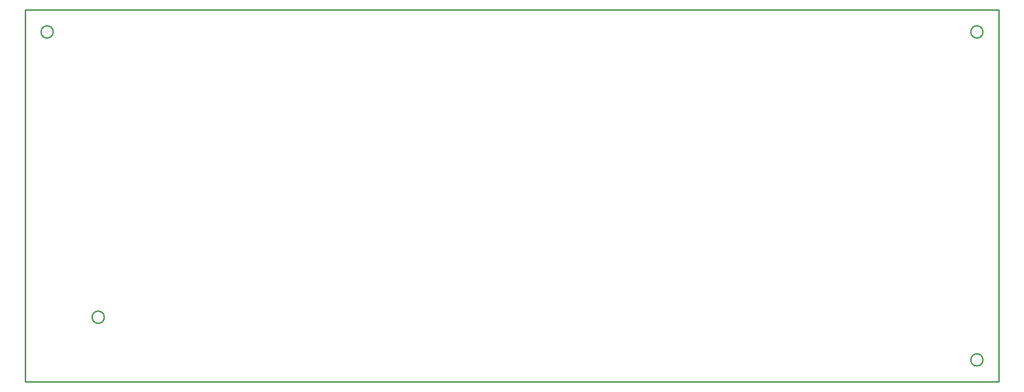
<source format=gm1>
G04 #@! TF.GenerationSoftware,KiCad,Pcbnew,8.0.5*
G04 #@! TF.CreationDate,2024-10-15T23:56:24-05:00*
G04 #@! TF.ProjectId,bidirectional_load_switch,62696469-7265-4637-9469-6f6e616c5f6c,rev?*
G04 #@! TF.SameCoordinates,Original*
G04 #@! TF.FileFunction,Profile,NP*
%FSLAX46Y46*%
G04 Gerber Fmt 4.6, Leading zero omitted, Abs format (unit mm)*
G04 Created by KiCad (PCBNEW 8.0.5) date 2024-10-15 23:56:24*
%MOMM*%
%LPD*%
G01*
G04 APERTURE LIST*
G04 #@! TA.AperFunction,Profile*
%ADD10C,0.254000*%
G04 #@! TD*
G04 APERTURE END LIST*
D10*
X76446056Y-116900010D02*
G75*
G02*
X74246056Y-116900010I-1100000J0D01*
G01*
X74246056Y-116900010D02*
G75*
G02*
X76446056Y-116900010I1100000J0D01*
G01*
X67198028Y-65150005D02*
G75*
G02*
X64998028Y-65150005I-1100000J0D01*
G01*
X64998028Y-65150005D02*
G75*
G02*
X67198028Y-65150005I1100000J0D01*
G01*
X62098028Y-61150005D02*
X238598028Y-61150005D01*
X238598028Y-128650005D01*
X62098028Y-128650005D01*
X62098028Y-61150005D01*
X235698028Y-65150005D02*
G75*
G02*
X233498028Y-65150005I-1100000J0D01*
G01*
X233498028Y-65150005D02*
G75*
G02*
X235698028Y-65150005I1100000J0D01*
G01*
X235698028Y-124650005D02*
G75*
G02*
X233498028Y-124650005I-1100000J0D01*
G01*
X233498028Y-124650005D02*
G75*
G02*
X235698028Y-124650005I1100000J0D01*
G01*
M02*

</source>
